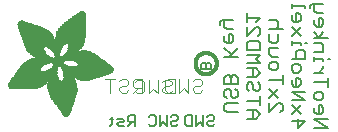
<source format=gbr>
G04 EAGLE Gerber RS-274X export*
G75*
%MOMM*%
%FSLAX34Y34*%
%LPD*%
%INSilkscreen Bottom*%
%IPPOS*%
%AMOC8*
5,1,8,0,0,1.08239X$1,22.5*%
G01*
%ADD10C,0.127000*%
%ADD11C,0.152400*%
%ADD12C,0.101600*%
%ADD13C,0.304800*%
%ADD14C,0.203200*%
%ADD15R,0.125700X0.014000*%
%ADD16R,0.209500X0.014000*%
%ADD17R,0.279400X0.013900*%
%ADD18R,0.335300X0.014000*%
%ADD19R,0.377200X0.014000*%
%ADD20R,0.419100X0.013900*%
%ADD21R,0.475000X0.014000*%
%ADD22R,0.502900X0.014000*%
%ADD23R,0.530900X0.013900*%
%ADD24R,0.558800X0.014000*%
%ADD25R,0.586800X0.014000*%
%ADD26R,0.628600X0.014000*%
%ADD27R,0.642600X0.013900*%
%ADD28R,0.670500X0.014000*%
%ADD29R,0.698500X0.014000*%
%ADD30R,0.712500X0.013900*%
%ADD31R,0.740400X0.014000*%
%ADD32R,0.768400X0.014000*%
%ADD33R,0.782300X0.013900*%
%ADD34R,0.810300X0.014000*%
%ADD35R,0.824200X0.014000*%
%ADD36R,0.852200X0.014000*%
%ADD37R,0.880200X0.013900*%
%ADD38R,0.894100X0.014000*%
%ADD39R,0.908100X0.014000*%
%ADD40R,0.936000X0.013900*%
%ADD41R,0.950000X0.014000*%
%ADD42R,0.964000X0.014000*%
%ADD43R,0.991900X0.013900*%
%ADD44R,1.005900X0.014000*%
%ADD45R,1.033800X0.014000*%
%ADD46R,1.047800X0.014000*%
%ADD47R,1.061800X0.013900*%
%ADD48R,1.089700X0.014000*%
%ADD49R,1.103700X0.014000*%
%ADD50R,1.117600X0.013900*%
%ADD51R,1.145600X0.014000*%
%ADD52R,1.159600X0.014000*%
%ADD53R,1.173500X0.013900*%
%ADD54R,1.201500X0.014000*%
%ADD55R,1.215400X0.014000*%
%ADD56R,1.243400X0.014000*%
%ADD57R,1.257300X0.013900*%
%ADD58R,1.271300X0.014000*%
%ADD59R,1.299300X0.014000*%
%ADD60R,1.313200X0.013900*%
%ADD61R,1.327200X0.014000*%
%ADD62R,1.355100X0.014000*%
%ADD63R,1.369100X0.013900*%
%ADD64R,1.383100X0.014000*%
%ADD65R,1.411000X0.014000*%
%ADD66R,1.425000X0.014000*%
%ADD67R,1.452900X0.013900*%
%ADD68R,1.466900X0.014000*%
%ADD69R,1.480900X0.014000*%
%ADD70R,1.508800X0.013900*%
%ADD71R,1.522800X0.014000*%
%ADD72R,1.536700X0.014000*%
%ADD73R,0.167700X0.013900*%
%ADD74R,1.564700X0.013900*%
%ADD75R,0.265500X0.014000*%
%ADD76R,1.578700X0.014000*%
%ADD77R,0.349200X0.014000*%
%ADD78R,1.606600X0.014000*%
%ADD79R,0.405100X0.014000*%
%ADD80R,1.620600X0.014000*%
%ADD81R,0.475000X0.013900*%
%ADD82R,1.634500X0.013900*%
%ADD83R,0.530900X0.014000*%
%ADD84R,1.662500X0.014000*%
%ADD85R,1.676400X0.014000*%
%ADD86R,1.690400X0.013900*%
%ADD87R,1.718400X0.014000*%
%ADD88R,0.754400X0.014000*%
%ADD89R,1.732300X0.014000*%
%ADD90R,0.796300X0.013900*%
%ADD91R,1.746300X0.013900*%
%ADD92R,0.852100X0.014000*%
%ADD93R,1.774200X0.014000*%
%ADD94R,0.908000X0.014000*%
%ADD95R,1.788200X0.014000*%
%ADD96R,0.949900X0.014000*%
%ADD97R,1.816100X0.014000*%
%ADD98R,1.005900X0.013900*%
%ADD99R,1.830100X0.013900*%
%ADD100R,1.844100X0.014000*%
%ADD101R,1.872000X0.014000*%
%ADD102R,1.131600X0.013900*%
%ADD103R,1.886000X0.013900*%
%ADD104R,1.187500X0.014000*%
%ADD105R,1.900000X0.014000*%
%ADD106R,1.229400X0.014000*%
%ADD107R,1.927900X0.014000*%
%ADD108R,1.271300X0.013900*%
%ADD109R,1.941900X0.013900*%
%ADD110R,1.313200X0.014000*%
%ADD111R,1.955800X0.014000*%
%ADD112R,1.969800X0.014000*%
%ADD113R,1.397000X0.014000*%
%ADD114R,1.997800X0.014000*%
%ADD115R,1.439000X0.013900*%
%ADD116R,2.011700X0.013900*%
%ADD117R,2.025700X0.014000*%
%ADD118R,2.039700X0.014000*%
%ADD119R,1.550700X0.013900*%
%ADD120R,2.053600X0.013900*%
%ADD121R,1.592600X0.014000*%
%ADD122R,2.067600X0.014000*%
%ADD123R,1.634500X0.014000*%
%ADD124R,2.081600X0.014000*%
%ADD125R,2.095500X0.013900*%
%ADD126R,2.109500X0.014000*%
%ADD127R,1.760200X0.014000*%
%ADD128R,2.123500X0.014000*%
%ADD129R,1.802100X0.014000*%
%ADD130R,2.137500X0.014000*%
%ADD131R,1.844000X0.013900*%
%ADD132R,2.151400X0.013900*%
%ADD133R,1.871900X0.014000*%
%ADD134R,2.165400X0.014000*%
%ADD135R,1.913800X0.014000*%
%ADD136R,2.179400X0.014000*%
%ADD137R,1.955800X0.013900*%
%ADD138R,2.193300X0.013900*%
%ADD139R,1.983800X0.014000*%
%ADD140R,2.207300X0.014000*%
%ADD141R,2.221300X0.014000*%
%ADD142R,2.221300X0.013900*%
%ADD143R,2.095500X0.014000*%
%ADD144R,2.235200X0.014000*%
%ADD145R,2.249200X0.014000*%
%ADD146R,2.137400X0.014000*%
%ADD147R,2.263200X0.014000*%
%ADD148R,2.179300X0.013900*%
%ADD149R,2.277200X0.013900*%
%ADD150R,2.193300X0.014000*%
%ADD151R,2.277200X0.014000*%
%ADD152R,2.221200X0.014000*%
%ADD153R,2.291100X0.014000*%
%ADD154R,2.249100X0.013900*%
%ADD155R,2.305100X0.013900*%
%ADD156R,2.319100X0.014000*%
%ADD157R,2.277100X0.014000*%
%ADD158R,2.333000X0.013900*%
%ADD159R,2.319000X0.014000*%
%ADD160R,2.347000X0.014000*%
%ADD161R,2.333000X0.014000*%
%ADD162R,2.361000X0.014000*%
%ADD163R,2.360900X0.014000*%
%ADD164R,2.374900X0.013900*%
%ADD165R,2.388800X0.014000*%
%ADD166R,2.388900X0.014000*%
%ADD167R,2.416800X0.014000*%
%ADD168R,2.416900X0.013900*%
%ADD169R,2.402900X0.013900*%
%ADD170R,2.430800X0.014000*%
%ADD171R,2.402900X0.014000*%
%ADD172R,2.458800X0.014000*%
%ADD173R,2.416900X0.014000*%
%ADD174R,2.458700X0.013900*%
%ADD175R,2.430800X0.013900*%
%ADD176R,2.472700X0.014000*%
%ADD177R,2.500600X0.014000*%
%ADD178R,2.444800X0.014000*%
%ADD179R,2.514600X0.013900*%
%ADD180R,2.458800X0.013900*%
%ADD181R,2.528600X0.014000*%
%ADD182R,2.528500X0.014000*%
%ADD183R,2.542500X0.013900*%
%ADD184R,2.472700X0.013900*%
%ADD185R,2.556500X0.014000*%
%ADD186R,2.486700X0.014000*%
%ADD187R,2.570500X0.013900*%
%ADD188R,2.486700X0.013900*%
%ADD189R,2.584500X0.014000*%
%ADD190R,2.500700X0.014000*%
%ADD191R,2.584400X0.014000*%
%ADD192R,2.598400X0.014000*%
%ADD193R,2.514600X0.014000*%
%ADD194R,2.612400X0.013900*%
%ADD195R,2.612400X0.014000*%
%ADD196R,2.626300X0.014000*%
%ADD197R,2.640300X0.013900*%
%ADD198R,2.528600X0.013900*%
%ADD199R,2.640400X0.014000*%
%ADD200R,2.542600X0.014000*%
%ADD201R,2.654300X0.014000*%
%ADD202R,2.654300X0.013900*%
%ADD203R,2.542600X0.013900*%
%ADD204R,2.668300X0.014000*%
%ADD205R,2.556600X0.014000*%
%ADD206R,2.682200X0.014000*%
%ADD207R,2.668200X0.013900*%
%ADD208R,2.556600X0.013900*%
%ADD209R,2.570500X0.014000*%
%ADD210R,2.696200X0.014000*%
%ADD211R,2.682300X0.013900*%
%ADD212R,2.696300X0.014000*%
%ADD213R,2.696200X0.013900*%
%ADD214R,2.710200X0.014000*%
%ADD215R,2.710200X0.013900*%
%ADD216R,2.724100X0.014000*%
%ADD217R,2.710100X0.014000*%
%ADD218R,2.724100X0.013900*%
%ADD219R,2.584500X0.013900*%
%ADD220R,2.724200X0.014000*%
%ADD221R,2.724200X0.013900*%
%ADD222R,2.738100X0.013900*%
%ADD223R,2.738200X0.013900*%
%ADD224R,2.556500X0.013900*%
%ADD225R,5.238700X0.013900*%
%ADD226R,5.238700X0.014000*%
%ADD227R,5.224800X0.014000*%
%ADD228R,5.210800X0.013900*%
%ADD229R,5.210800X0.014000*%
%ADD230R,5.196800X0.014000*%
%ADD231R,5.182900X0.013900*%
%ADD232R,5.182900X0.014000*%
%ADD233R,5.168900X0.014000*%
%ADD234R,5.154900X0.014000*%
%ADD235R,5.154900X0.013900*%
%ADD236R,5.141000X0.014000*%
%ADD237R,5.127000X0.014000*%
%ADD238R,3.604200X0.013900*%
%ADD239R,1.411000X0.013900*%
%ADD240R,3.562300X0.014000*%
%ADD241R,1.383000X0.014000*%
%ADD242R,3.534400X0.014000*%
%ADD243R,1.369100X0.014000*%
%ADD244R,3.506500X0.013900*%
%ADD245R,1.341100X0.013900*%
%ADD246R,3.492500X0.014000*%
%ADD247R,1.341100X0.014000*%
%ADD248R,3.450600X0.014000*%
%ADD249R,1.313100X0.014000*%
%ADD250R,3.436600X0.014000*%
%ADD251R,3.422700X0.013900*%
%ADD252R,1.299200X0.013900*%
%ADD253R,3.394700X0.014000*%
%ADD254R,1.285300X0.014000*%
%ADD255R,3.380700X0.014000*%
%ADD256R,3.366700X0.013900*%
%ADD257R,3.338900X0.014000*%
%ADD258R,1.257300X0.014000*%
%ADD259R,3.324900X0.014000*%
%ADD260R,3.310900X0.013900*%
%ADD261R,1.243400X0.013900*%
%ADD262R,3.283000X0.014000*%
%ADD263R,3.255000X0.014000*%
%ADD264R,3.241000X0.013900*%
%ADD265R,1.215400X0.013900*%
%ADD266R,3.227100X0.014000*%
%ADD267R,3.213100X0.014000*%
%ADD268R,1.718300X0.013900*%
%ADD269R,1.187500X0.013900*%
%ADD270R,1.648500X0.014000*%
%ADD271R,1.187400X0.014000*%
%ADD272R,1.620500X0.014000*%
%ADD273R,1.592600X0.013900*%
%ADD274R,1.271200X0.013900*%
%ADD275R,1.173400X0.013900*%
%ADD276R,1.159500X0.014000*%
%ADD277R,1.564600X0.014000*%
%ADD278R,1.201400X0.014000*%
%ADD279R,1.145500X0.014000*%
%ADD280R,1.145500X0.013900*%
%ADD281R,1.550700X0.014000*%
%ADD282R,1.103600X0.014000*%
%ADD283R,1.131600X0.014000*%
%ADD284R,1.075700X0.014000*%
%ADD285R,1.117600X0.014000*%
%ADD286R,1.536700X0.013900*%
%ADD287R,1.047800X0.013900*%
%ADD288R,1.103600X0.013900*%
%ADD289R,1.522700X0.014000*%
%ADD290R,1.005800X0.014000*%
%ADD291R,0.991900X0.014000*%
%ADD292R,0.963900X0.013900*%
%ADD293R,1.075700X0.013900*%
%ADD294R,1.508800X0.014000*%
%ADD295R,1.075600X0.014000*%
%ADD296R,1.494800X0.014000*%
%ADD297R,1.061700X0.014000*%
%ADD298R,1.047700X0.014000*%
%ADD299R,1.494800X0.013900*%
%ADD300R,1.047700X0.013900*%
%ADD301R,1.480800X0.014000*%
%ADD302R,1.494700X0.014000*%
%ADD303R,0.838200X0.014000*%
%ADD304R,1.480800X0.013900*%
%ADD305R,0.810200X0.013900*%
%ADD306R,1.019800X0.013900*%
%ADD307R,1.466800X0.014000*%
%ADD308R,0.796300X0.014000*%
%ADD309R,0.768300X0.014000*%
%ADD310R,1.466800X0.013900*%
%ADD311R,0.754300X0.013900*%
%ADD312R,0.977900X0.013900*%
%ADD313R,0.139700X0.013900*%
%ADD314R,0.963900X0.014000*%
%ADD315R,0.712500X0.014000*%
%ADD316R,0.544800X0.014000*%
%ADD317R,0.670600X0.014000*%
%ADD318R,0.684600X0.013900*%
%ADD319R,0.922000X0.013900*%
%ADD320R,1.452900X0.014000*%
%ADD321R,0.656600X0.014000*%
%ADD322R,0.922100X0.014000*%
%ADD323R,0.866200X0.014000*%
%ADD324R,0.894000X0.013900*%
%ADD325R,1.033800X0.013900*%
%ADD326R,0.614600X0.014000*%
%ADD327R,0.866100X0.014000*%
%ADD328R,1.452800X0.014000*%
%ADD329R,0.600700X0.014000*%
%ADD330R,1.173500X0.014000*%
%ADD331R,1.438900X0.013900*%
%ADD332R,0.586700X0.013900*%
%ADD333R,0.838200X0.013900*%
%ADD334R,0.586700X0.014000*%
%ADD335R,2.151400X0.014000*%
%ADD336R,2.193200X0.014000*%
%ADD337R,1.438900X0.014000*%
%ADD338R,0.544900X0.014000*%
%ADD339R,0.544900X0.013900*%
%ADD340R,2.277100X0.013900*%
%ADD341R,0.516900X0.014000*%
%ADD342R,0.516900X0.013900*%
%ADD343R,0.489000X0.014000*%
%ADD344R,1.424900X0.014000*%
%ADD345R,2.444700X0.014000*%
%ADD346R,1.424900X0.013900*%
%ADD347R,0.461000X0.014000*%
%ADD348R,2.570400X0.014000*%
%ADD349R,1.425000X0.013900*%
%ADD350R,0.447000X0.013900*%
%ADD351R,1.410900X0.014000*%
%ADD352R,0.447000X0.014000*%
%ADD353R,0.433100X0.014000*%
%ADD354R,2.668200X0.014000*%
%ADD355R,0.433100X0.013900*%
%ADD356R,0.419100X0.014000*%
%ADD357R,2.738100X0.014000*%
%ADD358R,2.766100X0.014000*%
%ADD359R,1.397000X0.013900*%
%ADD360R,2.807900X0.013900*%
%ADD361R,2.835900X0.014000*%
%ADD362R,2.877900X0.014000*%
%ADD363R,0.433000X0.014000*%
%ADD364R,2.905700X0.014000*%
%ADD365R,1.369000X0.013900*%
%ADD366R,0.433000X0.013900*%
%ADD367R,2.947700X0.013900*%
%ADD368R,2.989500X0.014000*%
%ADD369R,3.031500X0.014000*%
%ADD370R,1.355100X0.013900*%
%ADD371R,0.488900X0.013900*%
%ADD372R,3.087300X0.013900*%
%ADD373R,1.341200X0.014000*%
%ADD374R,3.702000X0.014000*%
%ADD375R,3.716000X0.014000*%
%ADD376R,1.327100X0.013900*%
%ADD377R,3.757900X0.013900*%
%ADD378R,3.771900X0.014000*%
%ADD379R,1.299200X0.014000*%
%ADD380R,3.799900X0.014000*%
%ADD381R,3.841700X0.014000*%
%ADD382R,3.869700X0.013900*%
%ADD383R,3.925600X0.014000*%
%ADD384R,0.111800X0.014000*%
%ADD385R,5.266700X0.014000*%
%ADD386R,5.727700X0.013900*%
%ADD387R,5.825500X0.014000*%
%ADD388R,5.895400X0.014000*%
%ADD389R,5.965200X0.013900*%
%ADD390R,6.021100X0.014000*%
%ADD391R,6.076900X0.014000*%
%ADD392R,6.146800X0.014000*%
%ADD393R,6.188800X0.013900*%
%ADD394R,6.244600X0.014000*%
%ADD395R,6.286500X0.014000*%
%ADD396R,6.328400X0.013900*%
%ADD397R,6.384300X0.014000*%
%ADD398R,3.352800X0.014000*%
%ADD399R,2.821900X0.014000*%
%ADD400R,3.283000X0.013900*%
%ADD401R,3.241100X0.014000*%
%ADD402R,2.682300X0.014000*%
%ADD403R,3.241000X0.014000*%
%ADD404R,2.640300X0.014000*%
%ADD405R,3.227100X0.013900*%
%ADD406R,2.584400X0.013900*%
%ADD407R,3.227000X0.014000*%
%ADD408R,3.269000X0.013900*%
%ADD409R,3.282900X0.014000*%
%ADD410R,3.310900X0.014000*%
%ADD411R,3.338800X0.013900*%
%ADD412R,0.922000X0.014000*%
%ADD413R,2.123400X0.013900*%
%ADD414R,0.894100X0.013900*%
%ADD415R,2.081500X0.014000*%
%ADD416R,0.894000X0.014000*%
%ADD417R,0.908100X0.013900*%
%ADD418R,2.039600X0.014000*%
%ADD419R,2.011700X0.014000*%
%ADD420R,0.936000X0.014000*%
%ADD421R,1.969700X0.013900*%
%ADD422R,0.977900X0.014000*%
%ADD423R,1.941900X0.014000*%
%ADD424R,1.927800X0.013900*%
%ADD425R,1.913900X0.014000*%
%ADD426R,1.913800X0.013900*%
%ADD427R,2.794000X0.013900*%
%ADD428R,1.899900X0.014000*%
%ADD429R,1.229300X0.014000*%
%ADD430R,1.285200X0.014000*%
%ADD431R,2.919700X0.014000*%
%ADD432R,1.872000X0.013900*%
%ADD433R,2.961600X0.013900*%
%ADD434R,1.858000X0.014000*%
%ADD435R,3.031400X0.014000*%
%ADD436R,3.115300X0.014000*%
%ADD437R,1.858000X0.013900*%
%ADD438R,5.029200X0.013900*%
%ADD439R,4.428500X0.014000*%
%ADD440R,1.844000X0.014000*%
%ADD441R,4.414500X0.014000*%
%ADD442R,4.414500X0.013900*%
%ADD443R,1.830100X0.014000*%
%ADD444R,4.414600X0.014000*%
%ADD445R,1.830000X0.014000*%
%ADD446R,0.530800X0.014000*%
%ADD447R,4.400500X0.014000*%
%ADD448R,4.400500X0.013900*%
%ADD449R,4.400600X0.014000*%
%ADD450R,0.572800X0.013900*%
%ADD451R,4.386600X0.013900*%
%ADD452R,4.386500X0.014000*%
%ADD453R,0.614700X0.013900*%
%ADD454R,4.372600X0.013900*%
%ADD455R,0.642600X0.014000*%
%ADD456R,4.372600X0.014000*%
%ADD457R,0.698500X0.013900*%
%ADD458R,4.358600X0.013900*%
%ADD459R,0.712400X0.014000*%
%ADD460R,4.358600X0.014000*%
%ADD461R,4.344700X0.014000*%
%ADD462R,1.871900X0.013900*%
%ADD463R,0.768300X0.013900*%
%ADD464R,4.330700X0.013900*%
%ADD465R,1.885900X0.014000*%
%ADD466R,0.782300X0.014000*%
%ADD467R,4.330700X0.014000*%
%ADD468R,4.316700X0.014000*%
%ADD469R,1.899900X0.013900*%
%ADD470R,0.852200X0.013900*%
%ADD471R,4.316700X0.013900*%
%ADD472R,0.880100X0.014000*%
%ADD473R,4.302700X0.014000*%
%ADD474R,1.941800X0.014000*%
%ADD475R,4.288800X0.014000*%
%ADD476R,1.983700X0.013900*%
%ADD477R,4.274800X0.013900*%
%ADD478R,4.274800X0.014000*%
%ADD479R,4.260800X0.014000*%
%ADD480R,3.408700X0.013900*%
%ADD481R,4.260800X0.013900*%
%ADD482R,3.408700X0.014000*%
%ADD483R,4.232900X0.014000*%
%ADD484R,3.422700X0.014000*%
%ADD485R,4.219000X0.014000*%
%ADD486R,3.436600X0.013900*%
%ADD487R,4.219000X0.013900*%
%ADD488R,4.205000X0.014000*%
%ADD489R,4.177000X0.014000*%
%ADD490R,3.464600X0.014000*%
%ADD491R,4.163100X0.014000*%
%ADD492R,3.478600X0.013900*%
%ADD493R,4.135100X0.013900*%
%ADD494R,3.478600X0.014000*%
%ADD495R,4.121100X0.014000*%
%ADD496R,4.093200X0.014000*%
%ADD497R,4.051300X0.013900*%
%ADD498R,3.520500X0.014000*%
%ADD499R,4.009400X0.014000*%
%ADD500R,3.981400X0.014000*%
%ADD501R,3.548300X0.013900*%
%ADD502R,3.939500X0.013900*%
%ADD503R,3.897600X0.014000*%
%ADD504R,3.576300X0.014000*%
%ADD505R,3.799800X0.014000*%
%ADD506R,3.590200X0.013900*%
%ADD507R,3.744000X0.013900*%
%ADD508R,3.604200X0.014000*%
%ADD509R,3.702100X0.014000*%
%ADD510R,3.618200X0.014000*%
%ADD511R,3.660200X0.014000*%
%ADD512R,3.632200X0.013900*%
%ADD513R,3.618300X0.013900*%
%ADD514R,3.646200X0.014000*%
%ADD515R,3.576400X0.014000*%
%ADD516R,3.660100X0.014000*%
%ADD517R,3.660100X0.013900*%
%ADD518R,3.674100X0.014000*%
%ADD519R,3.436700X0.014000*%
%ADD520R,2.612300X0.014000*%
%ADD521R,0.782400X0.014000*%
%ADD522R,3.716000X0.013900*%
%ADD523R,2.500600X0.013900*%
%ADD524R,3.730000X0.014000*%
%ADD525R,3.758000X0.014000*%
%ADD526R,2.374900X0.014000*%
%ADD527R,3.771900X0.013900*%
%ADD528R,0.824300X0.013900*%
%ADD529R,2.305000X0.013900*%
%ADD530R,3.785900X0.014000*%
%ADD531R,3.813800X0.013900*%
%ADD532R,3.827800X0.014000*%
%ADD533R,3.855700X0.014000*%
%ADD534R,3.883700X0.014000*%
%ADD535R,1.802200X0.014000*%
%ADD536R,3.897700X0.014000*%
%ADD537R,1.746300X0.014000*%
%ADD538R,3.911600X0.013900*%
%ADD539R,0.949900X0.013900*%
%ADD540R,1.676400X0.013900*%
%ADD541R,3.939500X0.014000*%
%ADD542R,1.550600X0.014000*%
%ADD543R,3.967500X0.013900*%
%ADD544R,1.327100X0.014000*%
%ADD545R,1.019800X0.014000*%
%ADD546R,4.037300X0.013900*%
%ADD547R,3.213100X0.013900*%
%ADD548R,0.866200X0.013900*%
%ADD549R,1.061700X0.013900*%
%ADD550R,0.908000X0.013900*%
%ADD551R,1.089600X0.014000*%
%ADD552R,0.181700X0.014000*%
%ADD553R,2.346900X0.014000*%
%ADD554R,2.346900X0.013900*%
%ADD555R,3.227000X0.013900*%
%ADD556R,2.388900X0.013900*%
%ADD557R,2.416800X0.013900*%
%ADD558R,2.430700X0.014000*%
%ADD559R,3.199100X0.013900*%
%ADD560R,2.444700X0.013900*%
%ADD561R,3.199200X0.014000*%
%ADD562R,3.185200X0.014000*%
%ADD563R,2.458700X0.014000*%
%ADD564R,3.185100X0.013900*%
%ADD565R,3.171100X0.014000*%
%ADD566R,3.157200X0.014000*%
%ADD567R,3.143200X0.013900*%
%ADD568R,3.129300X0.014000*%
%ADD569R,3.101300X0.014000*%
%ADD570R,3.087400X0.013900*%
%ADD571R,3.087400X0.014000*%
%ADD572R,3.059400X0.014000*%
%ADD573R,3.031500X0.013900*%
%ADD574R,3.017500X0.014000*%
%ADD575R,2.989600X0.014000*%
%ADD576R,2.975600X0.014000*%
%ADD577R,2.891700X0.014000*%
%ADD578R,2.849900X0.013900*%
%ADD579R,2.822000X0.014000*%
%ADD580R,2.794000X0.014000*%
%ADD581R,2.752100X0.013900*%
%ADD582R,2.305000X0.014000*%
%ADD583R,2.109400X0.013900*%
%ADD584R,1.969700X0.014000*%
%ADD585R,2.486600X0.014000*%
%ADD586R,2.472600X0.014000*%
%ADD587R,2.472600X0.013900*%
%ADD588R,2.402800X0.013900*%
%ADD589R,2.402800X0.014000*%
%ADD590R,2.360900X0.013900*%
%ADD591R,2.319100X0.013900*%
%ADD592R,2.291100X0.013900*%
%ADD593R,2.263100X0.013900*%
%ADD594R,2.249100X0.014000*%
%ADD595R,2.179300X0.014000*%
%ADD596R,2.109400X0.014000*%
%ADD597R,2.067600X0.013900*%
%ADD598R,2.053600X0.014000*%
%ADD599R,2.025600X0.014000*%
%ADD600R,2.025600X0.013900*%
%ADD601R,1.983700X0.014000*%
%ADD602R,1.927900X0.013900*%
%ADD603R,1.886000X0.014000*%
%ADD604R,1.816100X0.013900*%
%ADD605R,1.760200X0.013900*%
%ADD606R,1.732300X0.013900*%
%ADD607R,1.718300X0.014000*%
%ADD608R,1.704300X0.014000*%
%ADD609R,1.690400X0.014000*%
%ADD610R,1.662400X0.013900*%
%ADD611R,1.662400X0.014000*%
%ADD612R,1.648400X0.014000*%
%ADD613R,1.620500X0.013900*%
%ADD614R,1.578600X0.013900*%
%ADD615R,1.522700X0.013900*%
%ADD616R,1.480900X0.013900*%
%ADD617R,1.383000X0.013900*%
%ADD618R,1.369000X0.014000*%
%ADD619R,1.341200X0.013900*%
%ADD620R,1.243300X0.013900*%
%ADD621R,1.215300X0.014000*%
%ADD622R,1.201400X0.013900*%
%ADD623R,1.159500X0.013900*%
%ADD624R,1.089600X0.013900*%
%ADD625R,0.880200X0.014000*%
%ADD626R,0.810200X0.014000*%
%ADD627R,0.726500X0.014000*%
%ADD628R,0.684500X0.014000*%
%ADD629R,0.600700X0.013900*%
%ADD630R,0.530800X0.013900*%
%ADD631R,0.503000X0.014000*%
%ADD632R,0.335200X0.013900*%
%ADD633R,0.279400X0.014000*%
%ADD634R,0.223600X0.014000*%
%ADD635R,0.111800X0.013900*%


D10*
X65179Y-52070D02*
X65179Y-43172D01*
X60730Y-43172D01*
X59247Y-44655D01*
X59247Y-47621D01*
X60730Y-49104D01*
X65179Y-49104D01*
X62213Y-49104D02*
X59247Y-52070D01*
X55823Y-52070D02*
X51375Y-52070D01*
X49892Y-50587D01*
X51375Y-49104D01*
X54341Y-49104D01*
X55823Y-47621D01*
X54341Y-46138D01*
X49892Y-46138D01*
X44985Y-44655D02*
X44985Y-50587D01*
X43502Y-52070D01*
X43502Y-46138D02*
X46468Y-46138D01*
X95096Y-44655D02*
X96579Y-43172D01*
X99545Y-43172D01*
X101028Y-44655D01*
X101028Y-46138D01*
X99545Y-47621D01*
X96579Y-47621D01*
X95096Y-49104D01*
X95096Y-50587D01*
X96579Y-52070D01*
X99545Y-52070D01*
X101028Y-50587D01*
X91673Y-52070D02*
X91673Y-43172D01*
X88707Y-49104D02*
X91673Y-52070D01*
X88707Y-49104D02*
X85741Y-52070D01*
X85741Y-43172D01*
X77869Y-43172D02*
X76386Y-44655D01*
X77869Y-43172D02*
X80835Y-43172D01*
X82317Y-44655D01*
X82317Y-50587D01*
X80835Y-52070D01*
X77869Y-52070D01*
X76386Y-50587D01*
X126211Y-44655D02*
X127694Y-43172D01*
X130660Y-43172D01*
X132143Y-44655D01*
X132143Y-46138D01*
X130660Y-47621D01*
X127694Y-47621D01*
X126211Y-49104D01*
X126211Y-50587D01*
X127694Y-52070D01*
X130660Y-52070D01*
X132143Y-50587D01*
X122788Y-52070D02*
X122788Y-43172D01*
X119822Y-49104D02*
X122788Y-52070D01*
X119822Y-49104D02*
X116856Y-52070D01*
X116856Y-43172D01*
X113432Y-43172D02*
X113432Y-52070D01*
X108984Y-52070D01*
X107501Y-50587D01*
X107501Y-44655D01*
X108984Y-43172D01*
X113432Y-43172D01*
D11*
X216662Y-53810D02*
X227848Y-53810D01*
X216662Y-46353D01*
X227848Y-46353D01*
X216662Y-40252D02*
X216662Y-36523D01*
X216662Y-40252D02*
X218526Y-42116D01*
X222255Y-42116D01*
X224119Y-40252D01*
X224119Y-36523D01*
X222255Y-34659D01*
X220391Y-34659D01*
X220391Y-42116D01*
X216662Y-28558D02*
X216662Y-24829D01*
X218526Y-22965D01*
X222255Y-22965D01*
X224119Y-24829D01*
X224119Y-28558D01*
X222255Y-30422D01*
X218526Y-30422D01*
X216662Y-28558D01*
X216662Y-15000D02*
X227848Y-15000D01*
X227848Y-18728D02*
X227848Y-11271D01*
X224119Y-7034D02*
X216662Y-7034D01*
X220391Y-7034D02*
X224119Y-3306D01*
X224119Y-1441D01*
X224119Y2711D02*
X224119Y4575D01*
X216662Y4575D01*
X216662Y2711D02*
X216662Y6439D01*
X227848Y4575D02*
X229712Y4575D01*
X224119Y10507D02*
X216662Y10507D01*
X224119Y10507D02*
X224119Y16100D01*
X222255Y17964D01*
X216662Y17964D01*
X216662Y22201D02*
X227848Y22201D01*
X220391Y22201D02*
X216662Y27794D01*
X220391Y22201D02*
X224119Y27794D01*
X216662Y33810D02*
X216662Y37539D01*
X216662Y33810D02*
X218526Y31946D01*
X222255Y31946D01*
X224119Y33810D01*
X224119Y37539D01*
X222255Y39403D01*
X220391Y39403D01*
X220391Y31946D01*
X218526Y43640D02*
X224119Y43640D01*
X218526Y43640D02*
X216662Y45504D01*
X216662Y51097D01*
X214798Y51097D02*
X224119Y51097D01*
X214798Y51097D02*
X212934Y49233D01*
X212934Y47368D01*
X208798Y-48217D02*
X197612Y-48217D01*
X203205Y-53810D02*
X208798Y-48217D01*
X203205Y-46353D02*
X203205Y-53810D01*
X205069Y-42116D02*
X197612Y-34659D01*
X197612Y-42116D02*
X205069Y-34659D01*
X208798Y-30422D02*
X197612Y-30422D01*
X197612Y-22965D02*
X208798Y-30422D01*
X208798Y-22965D02*
X197612Y-22965D01*
X197612Y-16864D02*
X197612Y-13135D01*
X197612Y-16864D02*
X199476Y-18728D01*
X203205Y-18728D01*
X205069Y-16864D01*
X205069Y-13135D01*
X203205Y-11271D01*
X201341Y-11271D01*
X201341Y-18728D01*
X197612Y-5170D02*
X197612Y-1441D01*
X199476Y423D01*
X203205Y423D01*
X205069Y-1441D01*
X205069Y-5170D01*
X203205Y-7034D01*
X199476Y-7034D01*
X197612Y-5170D01*
X197612Y4660D02*
X208798Y4660D01*
X208798Y10253D01*
X206933Y12117D01*
X203205Y12117D01*
X201341Y10253D01*
X201341Y4660D01*
X205069Y16354D02*
X205069Y18218D01*
X197612Y18218D01*
X197612Y16354D02*
X197612Y20082D01*
X208798Y18218D02*
X210662Y18218D01*
X205069Y24150D02*
X197612Y31607D01*
X197612Y24150D02*
X205069Y31607D01*
X197612Y37708D02*
X197612Y41437D01*
X197612Y37708D02*
X199476Y35844D01*
X203205Y35844D01*
X205069Y37708D01*
X205069Y41437D01*
X203205Y43301D01*
X201341Y43301D01*
X201341Y35844D01*
X208798Y47538D02*
X208798Y49402D01*
X197612Y49402D01*
X197612Y47538D02*
X197612Y51266D01*
X178562Y-32710D02*
X178562Y-40167D01*
X186019Y-32710D01*
X187883Y-32710D01*
X189748Y-34574D01*
X189748Y-38303D01*
X187883Y-40167D01*
X186019Y-28473D02*
X178562Y-21016D01*
X178562Y-28473D02*
X186019Y-21016D01*
X189748Y-13051D02*
X178562Y-13051D01*
X189748Y-16779D02*
X189748Y-9322D01*
X178562Y-3221D02*
X178562Y508D01*
X180426Y2372D01*
X184155Y2372D01*
X186019Y508D01*
X186019Y-3221D01*
X184155Y-5085D01*
X180426Y-5085D01*
X178562Y-3221D01*
X180426Y6609D02*
X186019Y6609D01*
X180426Y6609D02*
X178562Y8473D01*
X178562Y14066D01*
X186019Y14066D01*
X186019Y20167D02*
X186019Y25760D01*
X186019Y20167D02*
X184155Y18303D01*
X180426Y18303D01*
X178562Y20167D01*
X178562Y25760D01*
X178562Y29997D02*
X189748Y29997D01*
X186019Y31861D02*
X184155Y29997D01*
X186019Y31861D02*
X186019Y35590D01*
X184155Y37454D01*
X178562Y37454D01*
X166969Y-46014D02*
X159512Y-46014D01*
X166969Y-46014D02*
X170698Y-42285D01*
X166969Y-38557D01*
X159512Y-38557D01*
X165105Y-38557D02*
X165105Y-46014D01*
X159512Y-30592D02*
X170698Y-30592D01*
X170698Y-34320D02*
X170698Y-26863D01*
X170698Y-17033D02*
X168833Y-15169D01*
X170698Y-17033D02*
X170698Y-20762D01*
X168833Y-22626D01*
X166969Y-22626D01*
X165105Y-20762D01*
X165105Y-17033D01*
X163241Y-15169D01*
X161376Y-15169D01*
X159512Y-17033D01*
X159512Y-20762D01*
X161376Y-22626D01*
X159512Y-10932D02*
X166969Y-10932D01*
X170698Y-7204D01*
X166969Y-3475D01*
X159512Y-3475D01*
X165105Y-3475D02*
X165105Y-10932D01*
X159512Y762D02*
X170698Y762D01*
X166969Y4490D01*
X170698Y8219D01*
X159512Y8219D01*
X159512Y12456D02*
X170698Y12456D01*
X159512Y12456D02*
X159512Y18049D01*
X161376Y19913D01*
X168833Y19913D01*
X170698Y18049D01*
X170698Y12456D01*
X159512Y24150D02*
X159512Y31607D01*
X159512Y24150D02*
X166969Y31607D01*
X168833Y31607D01*
X170698Y29743D01*
X170698Y26014D01*
X168833Y24150D01*
X166969Y35844D02*
X170698Y39572D01*
X159512Y39572D01*
X159512Y35844D02*
X159512Y43301D01*
X151648Y-40167D02*
X142326Y-40167D01*
X140462Y-38303D01*
X140462Y-34574D01*
X142326Y-32710D01*
X151648Y-32710D01*
X151648Y-22880D02*
X149783Y-21016D01*
X151648Y-22880D02*
X151648Y-26609D01*
X149783Y-28473D01*
X147919Y-28473D01*
X146055Y-26609D01*
X146055Y-22880D01*
X144191Y-21016D01*
X142326Y-21016D01*
X140462Y-22880D01*
X140462Y-26609D01*
X142326Y-28473D01*
X140462Y-16779D02*
X151648Y-16779D01*
X151648Y-11186D01*
X149783Y-9322D01*
X147919Y-9322D01*
X146055Y-11186D01*
X144191Y-9322D01*
X142326Y-9322D01*
X140462Y-11186D01*
X140462Y-16779D01*
X146055Y-16779D02*
X146055Y-11186D01*
X151648Y6609D02*
X140462Y6609D01*
X144191Y6609D02*
X151648Y14066D01*
X146055Y8473D02*
X140462Y14066D01*
X140462Y20167D02*
X140462Y23896D01*
X140462Y20167D02*
X142326Y18303D01*
X146055Y18303D01*
X147919Y20167D01*
X147919Y23896D01*
X146055Y25760D01*
X144191Y25760D01*
X144191Y18303D01*
X142326Y29997D02*
X147919Y29997D01*
X142326Y29997D02*
X140462Y31861D01*
X140462Y37454D01*
X138598Y37454D02*
X147919Y37454D01*
X138598Y37454D02*
X136734Y35590D01*
X136734Y33725D01*
D12*
X90046Y-12817D02*
X88097Y-14766D01*
X90046Y-12817D02*
X93944Y-12817D01*
X95893Y-14766D01*
X95893Y-16715D01*
X93944Y-18664D01*
X90046Y-18664D01*
X88097Y-20613D01*
X88097Y-22562D01*
X90046Y-24511D01*
X93944Y-24511D01*
X95893Y-22562D01*
X84199Y-24511D02*
X84199Y-12817D01*
X80301Y-20613D02*
X84199Y-24511D01*
X80301Y-20613D02*
X76403Y-24511D01*
X76403Y-12817D01*
X66658Y-12817D02*
X64709Y-14766D01*
X66658Y-12817D02*
X70556Y-12817D01*
X72505Y-14766D01*
X72505Y-22562D01*
X70556Y-24511D01*
X66658Y-24511D01*
X64709Y-22562D01*
X113997Y-14268D02*
X115946Y-12319D01*
X119844Y-12319D01*
X121793Y-14268D01*
X121793Y-16217D01*
X119844Y-18166D01*
X115946Y-18166D01*
X113997Y-20115D01*
X113997Y-22064D01*
X115946Y-24013D01*
X119844Y-24013D01*
X121793Y-22064D01*
X110099Y-24013D02*
X110099Y-12319D01*
X106201Y-20115D02*
X110099Y-24013D01*
X106201Y-20115D02*
X102303Y-24013D01*
X102303Y-12319D01*
X98405Y-12319D02*
X98405Y-24013D01*
X92558Y-24013D01*
X90609Y-22064D01*
X90609Y-14268D01*
X92558Y-12319D01*
X98405Y-12319D01*
X70993Y-12319D02*
X70993Y-24013D01*
X70993Y-12319D02*
X65146Y-12319D01*
X63197Y-14268D01*
X63197Y-18166D01*
X65146Y-20115D01*
X70993Y-20115D01*
X67095Y-20115D02*
X63197Y-24013D01*
X51503Y-14268D02*
X53452Y-12319D01*
X57350Y-12319D01*
X59299Y-14268D01*
X59299Y-16217D01*
X57350Y-18166D01*
X53452Y-18166D01*
X51503Y-20115D01*
X51503Y-22064D01*
X53452Y-24013D01*
X57350Y-24013D01*
X59299Y-22064D01*
X43707Y-24013D02*
X43707Y-12319D01*
X47605Y-12319D02*
X39809Y-12319D01*
D13*
X116115Y635D02*
X116118Y855D01*
X116126Y1076D01*
X116139Y1296D01*
X116158Y1515D01*
X116183Y1734D01*
X116212Y1953D01*
X116247Y2170D01*
X116288Y2387D01*
X116333Y2603D01*
X116384Y2817D01*
X116440Y3030D01*
X116502Y3242D01*
X116568Y3452D01*
X116640Y3660D01*
X116717Y3867D01*
X116799Y4071D01*
X116885Y4274D01*
X116977Y4474D01*
X117074Y4673D01*
X117175Y4868D01*
X117282Y5061D01*
X117393Y5252D01*
X117508Y5439D01*
X117628Y5624D01*
X117753Y5806D01*
X117882Y5984D01*
X118016Y6160D01*
X118153Y6332D01*
X118295Y6500D01*
X118441Y6666D01*
X118591Y6827D01*
X118745Y6985D01*
X118903Y7139D01*
X119064Y7289D01*
X119230Y7435D01*
X119398Y7577D01*
X119570Y7714D01*
X119746Y7848D01*
X119924Y7977D01*
X120106Y8102D01*
X120291Y8222D01*
X120478Y8337D01*
X120669Y8448D01*
X120862Y8555D01*
X121057Y8656D01*
X121256Y8753D01*
X121456Y8845D01*
X121659Y8931D01*
X121863Y9013D01*
X122070Y9090D01*
X122278Y9162D01*
X122488Y9228D01*
X122700Y9290D01*
X122913Y9346D01*
X123127Y9397D01*
X123343Y9442D01*
X123560Y9483D01*
X123777Y9518D01*
X123996Y9547D01*
X124215Y9572D01*
X124434Y9591D01*
X124654Y9604D01*
X124875Y9612D01*
X125095Y9615D01*
X125315Y9612D01*
X125536Y9604D01*
X125756Y9591D01*
X125975Y9572D01*
X126194Y9547D01*
X126413Y9518D01*
X126630Y9483D01*
X126847Y9442D01*
X127063Y9397D01*
X127277Y9346D01*
X127490Y9290D01*
X127702Y9228D01*
X127912Y9162D01*
X128120Y9090D01*
X128327Y9013D01*
X128531Y8931D01*
X128734Y8845D01*
X128934Y8753D01*
X129133Y8656D01*
X129328Y8555D01*
X129521Y8448D01*
X129712Y8337D01*
X129899Y8222D01*
X130084Y8102D01*
X130266Y7977D01*
X130444Y7848D01*
X130620Y7714D01*
X130792Y7577D01*
X130960Y7435D01*
X131126Y7289D01*
X131287Y7139D01*
X131445Y6985D01*
X131599Y6827D01*
X131749Y6666D01*
X131895Y6500D01*
X132037Y6332D01*
X132174Y6160D01*
X132308Y5984D01*
X132437Y5806D01*
X132562Y5624D01*
X132682Y5439D01*
X132797Y5252D01*
X132908Y5061D01*
X133015Y4868D01*
X133116Y4673D01*
X133213Y4474D01*
X133305Y4274D01*
X133391Y4071D01*
X133473Y3867D01*
X133550Y3660D01*
X133622Y3452D01*
X133688Y3242D01*
X133750Y3030D01*
X133806Y2817D01*
X133857Y2603D01*
X133902Y2387D01*
X133943Y2170D01*
X133978Y1953D01*
X134007Y1734D01*
X134032Y1515D01*
X134051Y1296D01*
X134064Y1076D01*
X134072Y855D01*
X134075Y635D01*
X134072Y415D01*
X134064Y194D01*
X134051Y-26D01*
X134032Y-245D01*
X134007Y-464D01*
X133978Y-683D01*
X133943Y-900D01*
X133902Y-1117D01*
X133857Y-1333D01*
X133806Y-1547D01*
X133750Y-1760D01*
X133688Y-1972D01*
X133622Y-2182D01*
X133550Y-2390D01*
X133473Y-2597D01*
X133391Y-2801D01*
X133305Y-3004D01*
X133213Y-3204D01*
X133116Y-3403D01*
X133015Y-3598D01*
X132908Y-3791D01*
X132797Y-3982D01*
X132682Y-4169D01*
X132562Y-4354D01*
X132437Y-4536D01*
X132308Y-4714D01*
X132174Y-4890D01*
X132037Y-5062D01*
X131895Y-5230D01*
X131749Y-5396D01*
X131599Y-5557D01*
X131445Y-5715D01*
X131287Y-5869D01*
X131126Y-6019D01*
X130960Y-6165D01*
X130792Y-6307D01*
X130620Y-6444D01*
X130444Y-6578D01*
X130266Y-6707D01*
X130084Y-6832D01*
X129899Y-6952D01*
X129712Y-7067D01*
X129521Y-7178D01*
X129328Y-7285D01*
X129133Y-7386D01*
X128934Y-7483D01*
X128734Y-7575D01*
X128531Y-7661D01*
X128327Y-7743D01*
X128120Y-7820D01*
X127912Y-7892D01*
X127702Y-7958D01*
X127490Y-8020D01*
X127277Y-8076D01*
X127063Y-8127D01*
X126847Y-8172D01*
X126630Y-8213D01*
X126413Y-8248D01*
X126194Y-8277D01*
X125975Y-8302D01*
X125756Y-8321D01*
X125536Y-8334D01*
X125315Y-8342D01*
X125095Y-8345D01*
X124875Y-8342D01*
X124654Y-8334D01*
X124434Y-8321D01*
X124215Y-8302D01*
X123996Y-8277D01*
X123777Y-8248D01*
X123560Y-8213D01*
X123343Y-8172D01*
X123127Y-8127D01*
X122913Y-8076D01*
X122700Y-8020D01*
X122488Y-7958D01*
X122278Y-7892D01*
X122070Y-7820D01*
X121863Y-7743D01*
X121659Y-7661D01*
X121456Y-7575D01*
X121256Y-7483D01*
X121057Y-7386D01*
X120862Y-7285D01*
X120669Y-7178D01*
X120478Y-7067D01*
X120291Y-6952D01*
X120106Y-6832D01*
X119924Y-6707D01*
X119746Y-6578D01*
X119570Y-6444D01*
X119398Y-6307D01*
X119230Y-6165D01*
X119064Y-6019D01*
X118903Y-5869D01*
X118745Y-5715D01*
X118591Y-5557D01*
X118441Y-5396D01*
X118295Y-5230D01*
X118153Y-5062D01*
X118016Y-4890D01*
X117882Y-4714D01*
X117753Y-4536D01*
X117628Y-4354D01*
X117508Y-4169D01*
X117393Y-3982D01*
X117282Y-3791D01*
X117175Y-3598D01*
X117074Y-3403D01*
X116977Y-3204D01*
X116885Y-3004D01*
X116799Y-2801D01*
X116717Y-2597D01*
X116640Y-2390D01*
X116568Y-2182D01*
X116502Y-1972D01*
X116440Y-1760D01*
X116384Y-1547D01*
X116333Y-1333D01*
X116288Y-1117D01*
X116247Y-900D01*
X116212Y-683D01*
X116183Y-464D01*
X116158Y-245D01*
X116139Y-26D01*
X116126Y194D01*
X116118Y415D01*
X116115Y635D01*
D14*
X121031Y-4148D02*
X129166Y-4148D01*
X129166Y-81D01*
X127810Y1275D01*
X126454Y1275D01*
X125098Y-81D01*
X123743Y1275D01*
X122387Y1275D01*
X121031Y-81D01*
X121031Y-4148D01*
X125098Y-4148D02*
X125098Y-81D01*
D15*
X20041Y44450D03*
D16*
X20041Y44310D03*
D17*
X19971Y44171D03*
D18*
X19971Y44031D03*
D19*
X20041Y43891D03*
D20*
X19971Y43752D03*
D21*
X19971Y43612D03*
D22*
X19971Y43472D03*
D23*
X19971Y43333D03*
D24*
X19831Y43193D03*
D25*
X19831Y43053D03*
D26*
X19761Y42913D03*
D27*
X19691Y42774D03*
D28*
X19692Y42634D03*
D29*
X19552Y42494D03*
D30*
X19482Y42355D03*
D31*
X19482Y42215D03*
D32*
X19342Y42075D03*
D33*
X19273Y41936D03*
D34*
X19133Y41796D03*
D35*
X19063Y41656D03*
D36*
X19063Y41516D03*
D37*
X18923Y41377D03*
D38*
X18854Y41237D03*
D39*
X18784Y41097D03*
D40*
X18644Y40958D03*
D41*
X18574Y40818D03*
D42*
X18504Y40678D03*
D43*
X18365Y40539D03*
D44*
X18295Y40399D03*
D45*
X18155Y40259D03*
D46*
X18085Y40119D03*
D47*
X18015Y39980D03*
D48*
X17876Y39840D03*
D49*
X17806Y39700D03*
D50*
X17736Y39561D03*
D51*
X17596Y39421D03*
D52*
X17526Y39281D03*
D53*
X17457Y39142D03*
D54*
X17317Y39002D03*
D55*
X17247Y38862D03*
D56*
X17107Y38722D03*
D57*
X17038Y38583D03*
D58*
X16968Y38443D03*
D59*
X16828Y38303D03*
D60*
X16758Y38164D03*
D61*
X16688Y38024D03*
D62*
X16549Y37884D03*
D63*
X16479Y37745D03*
D64*
X16409Y37605D03*
D65*
X16269Y37465D03*
D66*
X16199Y37325D03*
D67*
X16060Y37186D03*
D68*
X15990Y37046D03*
D69*
X15920Y36906D03*
D70*
X15780Y36767D03*
D71*
X15710Y36627D03*
D72*
X15641Y36487D03*
D73*
X-31160Y36348D03*
D74*
X15501Y36348D03*
D75*
X-31090Y36208D03*
D76*
X15431Y36208D03*
D77*
X-30950Y36068D03*
D78*
X15291Y36068D03*
D79*
X-30811Y35928D03*
D80*
X15221Y35928D03*
D81*
X-30740Y35789D03*
D82*
X15152Y35789D03*
D83*
X-30601Y35649D03*
D84*
X15012Y35649D03*
D25*
X-30461Y35509D03*
D85*
X14942Y35509D03*
D27*
X-30321Y35370D03*
D86*
X14872Y35370D03*
D29*
X-30182Y35230D03*
D87*
X14732Y35230D03*
D88*
X-30042Y35090D03*
D89*
X14663Y35090D03*
D90*
X-29833Y34951D03*
D91*
X14593Y34951D03*
D92*
X-29693Y34811D03*
D93*
X14453Y34811D03*
D94*
X-29553Y34671D03*
D95*
X14383Y34671D03*
D96*
X-29344Y34531D03*
D97*
X14244Y34531D03*
D98*
X-29204Y34392D03*
D99*
X14174Y34392D03*
D46*
X-28994Y34252D03*
D100*
X14104Y34252D03*
D48*
X-28785Y34112D03*
D101*
X13964Y34112D03*
D102*
X-28575Y33973D03*
D103*
X13894Y33973D03*
D104*
X-28436Y33833D03*
D105*
X13824Y33833D03*
D106*
X-28226Y33693D03*
D107*
X13685Y33693D03*
D108*
X-28017Y33554D03*
D109*
X13615Y33554D03*
D110*
X-27807Y33414D03*
D111*
X13545Y33414D03*
D62*
X-27598Y33274D03*
D112*
X13475Y33274D03*
D113*
X-27388Y33134D03*
D114*
X13335Y33134D03*
D115*
X-27178Y32995D03*
D116*
X13266Y32995D03*
D69*
X-26969Y32855D03*
D117*
X13196Y32855D03*
D71*
X-26759Y32715D03*
D118*
X13126Y32715D03*
D119*
X-26480Y32576D03*
D120*
X13056Y32576D03*
D121*
X-26270Y32436D03*
D122*
X12986Y32436D03*
D123*
X-26061Y32296D03*
D124*
X12916Y32296D03*
D86*
X-25781Y32157D03*
D125*
X12847Y32157D03*
D89*
X-25572Y32017D03*
D126*
X12777Y32017D03*
D127*
X-25292Y31877D03*
D128*
X12707Y31877D03*
D129*
X-25083Y31737D03*
D130*
X12637Y31737D03*
D131*
X-24873Y31598D03*
D132*
X12567Y31598D03*
D133*
X-24594Y31458D03*
D134*
X12497Y31458D03*
D135*
X-24384Y31318D03*
D136*
X12427Y31318D03*
D137*
X-24174Y31179D03*
D138*
X12358Y31179D03*
D139*
X-23895Y31039D03*
D140*
X12288Y31039D03*
D117*
X-23686Y30899D03*
D141*
X12218Y30899D03*
D120*
X-23546Y30760D03*
D142*
X12218Y30760D03*
D143*
X-23337Y30620D03*
D144*
X12148Y30620D03*
D126*
X-23127Y30480D03*
D145*
X12078Y30480D03*
D146*
X-22987Y30340D03*
D147*
X12008Y30340D03*
D148*
X-22778Y30201D03*
D149*
X11938Y30201D03*
D150*
X-22568Y30061D03*
D151*
X11938Y30061D03*
D152*
X-22428Y29921D03*
D153*
X11869Y29921D03*
D154*
X-22289Y29782D03*
D155*
X11799Y29782D03*
D145*
X-22149Y29642D03*
D156*
X11729Y29642D03*
D157*
X-22010Y29502D03*
D156*
X11729Y29502D03*
D155*
X-21870Y29363D03*
D158*
X11659Y29363D03*
D159*
X-21660Y29223D03*
D160*
X11589Y29223D03*
D161*
X-21590Y29083D03*
D162*
X11519Y29083D03*
D163*
X-21451Y28943D03*
D162*
X11519Y28943D03*
D164*
X-21241Y28804D03*
X11450Y28804D03*
D165*
X-21171Y28664D03*
D166*
X11380Y28664D03*
D167*
X-21031Y28524D03*
D166*
X11380Y28524D03*
D168*
X-20892Y28385D03*
D169*
X11310Y28385D03*
D170*
X-20822Y28245D03*
D171*
X11310Y28245D03*
D172*
X-20682Y28105D03*
D173*
X11240Y28105D03*
D174*
X-20543Y27966D03*
D175*
X11170Y27966D03*
D176*
X-20473Y27826D03*
D170*
X11170Y27826D03*
D177*
X-20333Y27686D03*
D178*
X11100Y27686D03*
D177*
X-20193Y27546D03*
D178*
X11100Y27546D03*
D179*
X-20123Y27407D03*
D180*
X11030Y27407D03*
D181*
X-20053Y27267D03*
D172*
X11030Y27267D03*
D182*
X-19914Y27127D03*
D176*
X10961Y27127D03*
D183*
X-19844Y26988D03*
D184*
X10961Y26988D03*
D185*
X-19774Y26848D03*
D186*
X10891Y26848D03*
D185*
X-19635Y26708D03*
D186*
X10891Y26708D03*
D187*
X-19565Y26569D03*
D188*
X10891Y26569D03*
D189*
X-19495Y26429D03*
D190*
X10821Y26429D03*
D191*
X-19355Y26289D03*
D190*
X10821Y26289D03*
D192*
X-19285Y26149D03*
D193*
X10751Y26149D03*
D194*
X-19215Y26010D03*
D179*
X10751Y26010D03*
D195*
X-19075Y25870D03*
D193*
X10751Y25870D03*
D196*
X-19006Y25730D03*
D181*
X10681Y25730D03*
D197*
X-18936Y25591D03*
D198*
X10681Y25591D03*
D199*
X-18796Y25451D03*
D200*
X10611Y25451D03*
D201*
X-18727Y25311D03*
D200*
X10611Y25311D03*
D202*
X-18727Y25172D03*
D203*
X10611Y25172D03*
D201*
X-18587Y25032D03*
D200*
X10611Y25032D03*
D204*
X-18517Y24892D03*
D205*
X10541Y24892D03*
D206*
X-18447Y24752D03*
D205*
X10541Y24752D03*
D207*
X-18377Y24613D03*
D208*
X10541Y24613D03*
D206*
X-18307Y24473D03*
D209*
X10472Y24473D03*
D210*
X-18237Y24333D03*
D209*
X10472Y24333D03*
D211*
X-18168Y24194D03*
D187*
X10472Y24194D03*
D212*
X-18098Y24054D03*
D209*
X10472Y24054D03*
D212*
X-18098Y23914D03*
D189*
X10402Y23914D03*
D213*
X-17958Y23775D03*
D187*
X10332Y23775D03*
D214*
X-17888Y23635D03*
D209*
X10332Y23635D03*
D214*
X-17888Y23495D03*
D209*
X10332Y23495D03*
D214*
X-17748Y23355D03*
D209*
X10332Y23355D03*
D215*
X-17748Y23216D03*
D187*
X10332Y23216D03*
D216*
X-17679Y23076D03*
D189*
X10262Y23076D03*
D217*
X-17609Y22936D03*
D189*
X10262Y22936D03*
D218*
X-17539Y22797D03*
D219*
X10262Y22797D03*
D216*
X-17539Y22657D03*
D189*
X10262Y22657D03*
D220*
X-17399Y22517D03*
D189*
X10262Y22517D03*
D221*
X-17399Y22378D03*
D219*
X10262Y22378D03*
D220*
X-17399Y22238D03*
D189*
X10262Y22238D03*
D216*
X-17260Y22098D03*
D209*
X10192Y22098D03*
D216*
X-17260Y21958D03*
D209*
X10192Y21958D03*
D222*
X-17190Y21819D03*
D187*
X10192Y21819D03*
D216*
X-17120Y21679D03*
D209*
X10192Y21679D03*
D216*
X-17120Y21539D03*
D209*
X10192Y21539D03*
D222*
X-17050Y21400D03*
D187*
X10192Y21400D03*
D220*
X-16980Y21260D03*
D209*
X10192Y21260D03*
D220*
X-16980Y21120D03*
D185*
X10122Y21120D03*
D223*
X-16910Y20981D03*
D224*
X10122Y20981D03*
D220*
X-16840Y20841D03*
D185*
X10122Y20841D03*
D220*
X-16840Y20701D03*
D185*
X10122Y20701D03*
D220*
X-16840Y20561D03*
D185*
X10122Y20561D03*
D222*
X-16771Y20422D03*
D203*
X10052Y20422D03*
D216*
X-16701Y20282D03*
D200*
X10052Y20282D03*
D216*
X-16701Y20142D03*
D200*
X10052Y20142D03*
D222*
X-16631Y20003D03*
D203*
X10052Y20003D03*
D220*
X-16561Y19863D03*
D181*
X9982Y19863D03*
D220*
X-16561Y19723D03*
D181*
X9982Y19723D03*
D223*
X-16491Y19584D03*
D198*
X9982Y19584D03*
D220*
X-16421Y19444D03*
D181*
X9982Y19444D03*
D220*
X-16421Y19304D03*
D193*
X9912Y19304D03*
D220*
X-16421Y19164D03*
D193*
X9912Y19164D03*
D225*
X-3709Y19025D03*
D226*
X-3709Y18885D03*
D227*
X-3778Y18745D03*
D228*
X-3708Y18606D03*
D229*
X-3708Y18466D03*
D230*
X-3778Y18326D03*
D231*
X-3709Y18187D03*
D232*
X-3709Y18047D03*
D233*
X-3779Y17907D03*
D234*
X-3709Y17767D03*
D235*
X-3709Y17628D03*
D236*
X-3778Y17488D03*
D237*
X-3708Y17348D03*
D238*
X-11322Y17209D03*
D239*
X14732Y17209D03*
D240*
X-11532Y17069D03*
D241*
X14872Y17069D03*
D242*
X-11532Y16929D03*
D243*
X14942Y16929D03*
D244*
X-11672Y16790D03*
D245*
X14942Y16790D03*
D246*
X-11742Y16650D03*
D247*
X14942Y16650D03*
D248*
X-11811Y16510D03*
D249*
X14942Y16510D03*
D250*
X-11881Y16370D03*
D249*
X14942Y16370D03*
D251*
X-11951Y16231D03*
D252*
X14872Y16231D03*
D253*
X-11951Y16091D03*
D254*
X14942Y16091D03*
D255*
X-12021Y15951D03*
D58*
X14872Y15951D03*
D256*
X-12091Y15812D03*
D108*
X14872Y15812D03*
D257*
X-12091Y15672D03*
D258*
X14802Y15672D03*
D259*
X-12161Y15532D03*
D258*
X14802Y15532D03*
D260*
X-12231Y15393D03*
D261*
X14732Y15393D03*
D262*
X-12230Y15253D03*
D56*
X14732Y15253D03*
D262*
X-12230Y15113D03*
D106*
X14662Y15113D03*
D263*
X-12230Y14973D03*
D106*
X14662Y14973D03*
D264*
X-12300Y14834D03*
D265*
X14592Y14834D03*
D266*
X-12370Y14694D03*
D54*
X14523Y14694D03*
D267*
X-12300Y14554D03*
D54*
X14523Y14554D03*
D268*
X-19774Y14415D03*
D67*
X-3639Y14415D03*
D269*
X14453Y14415D03*
D270*
X-19984Y14275D03*
D62*
X-3290Y14275D03*
D271*
X14313Y14275D03*
D272*
X-20124Y14135D03*
D110*
X-3080Y14135D03*
D271*
X14313Y14135D03*
D273*
X-20123Y13996D03*
D274*
X-3010Y13996D03*
D275*
X14243Y13996D03*
D121*
X-20123Y13856D03*
D106*
X-2940Y13856D03*
D276*
X14174Y13856D03*
D277*
X-20123Y13716D03*
D278*
X-2800Y13716D03*
D279*
X14104Y13716D03*
D277*
X-20123Y13576D03*
D276*
X-2731Y13576D03*
D279*
X14104Y13576D03*
D119*
X-20054Y13437D03*
D102*
X-2591Y13437D03*
D280*
X13964Y13437D03*
D281*
X-20054Y13297D03*
D282*
X-2591Y13297D03*
D283*
X13894Y13297D03*
D72*
X-19984Y13157D03*
D284*
X-2452Y13157D03*
D285*
X13824Y13157D03*
D286*
X-19984Y13018D03*
D287*
X-2451Y13018D03*
D288*
X13754Y13018D03*
D289*
X-19914Y12878D03*
D290*
X-2381Y12878D03*
D49*
X13615Y12878D03*
D289*
X-19914Y12738D03*
D291*
X-2312Y12738D03*
D48*
X13545Y12738D03*
D70*
X-19844Y12599D03*
D292*
X-2312Y12599D03*
D293*
X13475Y12599D03*
D294*
X-19844Y12459D03*
D96*
X-2242Y12459D03*
D295*
X13335Y12459D03*
D296*
X-19774Y12319D03*
D39*
X-2172Y12319D03*
D297*
X13266Y12319D03*
D296*
X-19634Y12179D03*
D38*
X-2102Y12179D03*
D298*
X13196Y12179D03*
D299*
X-19634Y12040D03*
D37*
X-2032Y12040D03*
D300*
X13056Y12040D03*
D301*
X-19564Y11900D03*
D36*
X-2032Y11900D03*
D45*
X12986Y11900D03*
D302*
X-19495Y11760D03*
D303*
X-1962Y11760D03*
D45*
X12846Y11760D03*
D304*
X-19425Y11621D03*
D305*
X-1962Y11621D03*
D306*
X12776Y11621D03*
D307*
X-19355Y11481D03*
D308*
X-1893Y11481D03*
D291*
X12637Y11481D03*
D301*
X-19285Y11341D03*
D309*
X-1893Y11341D03*
D291*
X12497Y11341D03*
D310*
X-19215Y11202D03*
D311*
X-1823Y11202D03*
D312*
X12427Y11202D03*
D313*
X21508Y11202D03*
D68*
X-19076Y11062D03*
D31*
X-1753Y11062D03*
D314*
X12218Y11062D03*
D79*
X21578Y11062D03*
D68*
X-19076Y10922D03*
D315*
X-1753Y10922D03*
D96*
X12148Y10922D03*
D316*
X21577Y10922D03*
D68*
X-18936Y10782D03*
D29*
X-1683Y10782D03*
D41*
X12008Y10782D03*
D317*
X21647Y10782D03*
D67*
X-18866Y10643D03*
D318*
X-1613Y10643D03*
D319*
X11868Y10643D03*
D33*
X21648Y10643D03*
D320*
X-18727Y10503D03*
D321*
X-1613Y10503D03*
D322*
X11729Y10503D03*
D323*
X21647Y10503D03*
D68*
X-18657Y10363D03*
D321*
X-1613Y10363D03*
D38*
X11589Y10363D03*
D41*
X21647Y10363D03*
D67*
X-18587Y10224D03*
D27*
X-1543Y10224D03*
D324*
X11449Y10224D03*
D325*
X21647Y10224D03*
D320*
X-18447Y10084D03*
D326*
X-1543Y10084D03*
D327*
X11310Y10084D03*
D282*
X21717Y10084D03*
D328*
X-18307Y9944D03*
D329*
X-1474Y9944D03*
D327*
X11170Y9944D03*
D330*
X21648Y9944D03*
D331*
X-18238Y9805D03*
D332*
X-1404Y9805D03*
D333*
X11030Y9805D03*
D57*
X21648Y9805D03*
D320*
X-18168Y9665D03*
D334*
X-1404Y9665D03*
D335*
X17456Y9665D03*
D320*
X-18028Y9525D03*
D24*
X-1403Y9525D03*
D336*
X17526Y9525D03*
D337*
X-17958Y9385D03*
D338*
X-1334Y9385D03*
D152*
X17666Y9385D03*
D331*
X-17819Y9246D03*
D339*
X-1334Y9246D03*
D340*
X17806Y9246D03*
D337*
X-17679Y9106D03*
D83*
X-1264Y9106D03*
D153*
X17876Y9106D03*
D337*
X-17539Y8966D03*
D341*
X-1194Y8966D03*
D161*
X17945Y8966D03*
D115*
X-17399Y8827D03*
D342*
X-1194Y8827D03*
D164*
X18015Y8827D03*
D66*
X-17329Y8687D03*
D343*
X-1194Y8687D03*
D171*
X18155Y8687D03*
D344*
X-17190Y8547D03*
D343*
X-1194Y8547D03*
D345*
X18225Y8547D03*
D346*
X-17050Y8408D03*
D81*
X-1124Y8408D03*
D184*
X18225Y8408D03*
D66*
X-16910Y8268D03*
D21*
X-1124Y8268D03*
D193*
X18294Y8268D03*
D344*
X-16771Y8128D03*
D347*
X-1054Y8128D03*
D200*
X18434Y8128D03*
D344*
X-16631Y7988D03*
D347*
X-1054Y7988D03*
D348*
X18434Y7988D03*
D349*
X-16491Y7849D03*
D350*
X-984Y7849D03*
D194*
X18504Y7849D03*
D351*
X-16282Y7709D03*
D352*
X-984Y7709D03*
D199*
X18504Y7709D03*
D65*
X-16142Y7569D03*
D353*
X-915Y7569D03*
D354*
X18504Y7569D03*
D239*
X-16002Y7430D03*
D355*
X-915Y7430D03*
D215*
X18574Y7430D03*
D65*
X-15862Y7290D03*
D356*
X-845Y7290D03*
D357*
X18574Y7290D03*
D113*
X-15653Y7150D03*
D353*
X-775Y7150D03*
D358*
X18574Y7150D03*
D359*
X-15513Y7011D03*
D355*
X-775Y7011D03*
D360*
X18644Y7011D03*
D113*
X-15234Y6871D03*
D353*
X-775Y6871D03*
D361*
X18644Y6871D03*
D113*
X-15094Y6731D03*
D356*
X-705Y6731D03*
D362*
X18714Y6731D03*
D64*
X-14885Y6591D03*
D363*
X-635Y6591D03*
D364*
X18714Y6591D03*
D365*
X-14675Y6452D03*
D366*
X-635Y6452D03*
D367*
X18644Y6452D03*
D243*
X-14396Y6312D03*
D352*
X-565Y6312D03*
D368*
X18714Y6312D03*
D243*
X-14256Y6172D03*
D347*
X-495Y6172D03*
D369*
X18644Y6172D03*
D370*
X-13907Y6033D03*
D371*
X-356Y6033D03*
D372*
X18644Y6033D03*
D373*
X-13697Y5893D03*
D374*
X15710Y5893D03*
D247*
X-13418Y5753D03*
D375*
X15780Y5753D03*
D376*
X-13069Y5614D03*
D377*
X15850Y5614D03*
D110*
X-12719Y5474D03*
D378*
X15920Y5474D03*
D379*
X-12370Y5334D03*
D380*
X15920Y5334D03*
D254*
X-12021Y5194D03*
D381*
X15990Y5194D03*
D108*
X-11532Y5055D03*
D382*
X15990Y5055D03*
D58*
X-11113Y4915D03*
D383*
X15989Y4915D03*
D384*
X-19285Y4775D03*
D385*
X9424Y4775D03*
D386*
X7259Y4636D03*
D387*
X7049Y4496D03*
D388*
X6839Y4356D03*
D389*
X6769Y4217D03*
D390*
X6630Y4077D03*
D391*
X6490Y3937D03*
D392*
X6420Y3797D03*
D393*
X6350Y3658D03*
D394*
X6350Y3518D03*
D395*
X6281Y3378D03*
D396*
X6210Y3239D03*
D397*
X6211Y3099D03*
D398*
X-9227Y2959D03*
D399*
X24162Y2959D03*
D400*
X-9855Y2820D03*
D218*
X24791Y2820D03*
D401*
X-10205Y2680D03*
D402*
X25280Y2680D03*
D403*
X-10484Y2540D03*
D404*
X25629Y2540D03*
D403*
X-10763Y2400D03*
D195*
X26048Y2400D03*
D405*
X-10973Y2261D03*
D406*
X26327Y2261D03*
D266*
X-11253Y2121D03*
D185*
X26607Y2121D03*
D407*
X-11392Y1981D03*
D185*
X26886Y1981D03*
D405*
X-11532Y1842D03*
D183*
X27096Y1842D03*
D263*
X-11671Y1702D03*
D181*
X27445Y1702D03*
D263*
X-11811Y1562D03*
D182*
X27585Y1562D03*
D408*
X-11881Y1423D03*
D179*
X27794Y1423D03*
D409*
X-11951Y1283D03*
D193*
X28073Y1283D03*
D410*
X-12091Y1143D03*
D193*
X28213Y1143D03*
D259*
X-12161Y1003D03*
D190*
X28423Y1003D03*
D411*
X-12230Y864D03*
D179*
X28632Y864D03*
D144*
X-17888Y724D03*
D314*
X-356Y724D03*
D193*
X28772Y724D03*
D134*
X-18377Y584D03*
D412*
X-6Y584D03*
D182*
X28982Y584D03*
D413*
X-18726Y445D03*
D414*
X134Y445D03*
D198*
X29121Y445D03*
D415*
X-19076Y305D03*
D416*
X273Y305D03*
D200*
X29191Y305D03*
D122*
X-19285Y165D03*
D38*
X413Y165D03*
D185*
X29401Y165D03*
D120*
X-19634Y26D03*
D417*
X483Y26D03*
D224*
X29541Y26D03*
D418*
X-19844Y-114D03*
D39*
X623Y-114D03*
D191*
X29680Y-114D03*
D419*
X-20124Y-254D03*
D412*
X692Y-254D03*
D192*
X29750Y-254D03*
D139*
X-20263Y-394D03*
D420*
X762Y-394D03*
D195*
X29820Y-394D03*
D421*
X-20473Y-534D03*
D292*
X902Y-534D03*
D197*
X29960Y-534D03*
D111*
X-20682Y-673D03*
D422*
X972Y-673D03*
D201*
X30030Y-673D03*
D423*
X-20892Y-813D03*
D290*
X1111Y-813D03*
D206*
X30169Y-813D03*
D424*
X-21101Y-953D03*
D325*
X1251Y-953D03*
D213*
X30239Y-953D03*
D107*
X-21241Y-1092D03*
D297*
X1391Y-1092D03*
D216*
X30239Y-1092D03*
D425*
X-21451Y-1232D03*
D49*
X1461Y-1232D03*
D358*
X30309Y-1232D03*
D426*
X-21590Y-1372D03*
D102*
X1600Y-1372D03*
D427*
X30309Y-1372D03*
D428*
X-21800Y-1511D03*
D271*
X1740Y-1511D03*
D399*
X30309Y-1511D03*
D428*
X-21940Y-1651D03*
D429*
X1950Y-1651D03*
D362*
X30309Y-1651D03*
D101*
X-22079Y-1791D03*
D430*
X2089Y-1791D03*
D431*
X30239Y-1791D03*
D432*
X-22219Y-1931D03*
D370*
X2299Y-1931D03*
D433*
X30169Y-1931D03*
D434*
X-22428Y-2070D03*
D66*
X2648Y-2070D03*
D435*
X30099Y-2070D03*
D434*
X-22568Y-2210D03*
D289*
X2998Y-2210D03*
D436*
X29820Y-2210D03*
D437*
X-22708Y-2350D03*
D438*
X20390Y-2350D03*
D100*
X-22778Y-2489D03*
D83*
X-2242Y-2489D03*
D439*
X23534Y-2489D03*
D440*
X-22917Y-2629D03*
D341*
X-2452Y-2629D03*
D441*
X23743Y-2629D03*
D131*
X-23057Y-2769D03*
D342*
X-2591Y-2769D03*
D442*
X23883Y-2769D03*
D443*
X-23127Y-2908D03*
D341*
X-2731Y-2908D03*
D444*
X24022Y-2908D03*
D443*
X-23267Y-3048D03*
D83*
X-2801Y-3048D03*
D441*
X24162Y-3048D03*
D445*
X-23406Y-3188D03*
D446*
X-2940Y-3188D03*
D447*
X24232Y-3188D03*
D99*
X-23546Y-3328D03*
D23*
X-3080Y-3328D03*
D448*
X24372Y-3328D03*
D97*
X-23616Y-3467D03*
D338*
X-3150Y-3467D03*
D449*
X24511Y-3467D03*
D97*
X-23756Y-3607D03*
D24*
X-3359Y-3607D03*
D449*
X24511Y-3607D03*
D99*
X-23826Y-3747D03*
D450*
X-3429Y-3747D03*
D451*
X24581Y-3747D03*
D445*
X-23965Y-3886D03*
D25*
X-3499Y-3886D03*
D452*
X24721Y-3886D03*
D97*
X-24035Y-4026D03*
D329*
X-3709Y-4026D03*
D452*
X24721Y-4026D03*
D99*
X-24105Y-4166D03*
D453*
X-3779Y-4166D03*
D454*
X24790Y-4166D03*
D443*
X-24245Y-4305D03*
D455*
X-3918Y-4305D03*
D456*
X24790Y-4305D03*
D440*
X-24314Y-4445D03*
D321*
X-3988Y-4445D03*
D456*
X24930Y-4445D03*
D445*
X-24384Y-4585D03*
D28*
X-4198Y-4585D03*
D456*
X24930Y-4585D03*
D131*
X-24454Y-4725D03*
D457*
X-4338Y-4725D03*
D458*
X25000Y-4725D03*
D434*
X-24524Y-4864D03*
D459*
X-4407Y-4864D03*
D460*
X25000Y-4864D03*
D434*
X-24524Y-5004D03*
D31*
X-4547Y-5004D03*
D461*
X25070Y-5004D03*
D462*
X-24594Y-5144D03*
D463*
X-4687Y-5144D03*
D464*
X25000Y-5144D03*
D465*
X-24664Y-5283D03*
D466*
X-4896Y-5283D03*
D467*
X25000Y-5283D03*
D428*
X-24734Y-5423D03*
D34*
X-5036Y-5423D03*
D468*
X25070Y-5423D03*
D469*
X-24734Y-5563D03*
D470*
X-5245Y-5563D03*
D471*
X25070Y-5563D03*
D107*
X-24734Y-5702D03*
D472*
X-5385Y-5702D03*
D473*
X25140Y-5702D03*
D474*
X-24803Y-5842D03*
D412*
X-5594Y-5842D03*
D473*
X25140Y-5842D03*
D112*
X-24803Y-5982D03*
D42*
X-5804Y-5982D03*
D475*
X25070Y-5982D03*
D476*
X-24734Y-6122D03*
D98*
X-6014Y-6122D03*
D477*
X25140Y-6122D03*
D117*
X-24664Y-6261D03*
D297*
X-6293Y-6261D03*
D478*
X25140Y-6261D03*
D143*
X-24454Y-6401D03*
D51*
X-6712Y-6401D03*
D479*
X25070Y-6401D03*
D480*
X-18028Y-6541D03*
D481*
X25070Y-6541D03*
D482*
X-18028Y-6680D03*
D483*
X25070Y-6680D03*
D484*
X-18098Y-6820D03*
D485*
X25000Y-6820D03*
D486*
X-18167Y-6960D03*
D487*
X25000Y-6960D03*
D250*
X-18167Y-7099D03*
D488*
X24930Y-7099D03*
D248*
X-18237Y-7239D03*
D489*
X24930Y-7239D03*
D490*
X-18307Y-7379D03*
D491*
X24861Y-7379D03*
D492*
X-18377Y-7519D03*
D493*
X24721Y-7519D03*
D494*
X-18377Y-7658D03*
D495*
X24651Y-7658D03*
D246*
X-18447Y-7798D03*
D496*
X24511Y-7798D03*
D244*
X-18517Y-7938D03*
D497*
X24442Y-7938D03*
D498*
X-18587Y-8077D03*
D499*
X24232Y-8077D03*
D498*
X-18587Y-8217D03*
D500*
X24092Y-8217D03*
D501*
X-18587Y-8357D03*
D502*
X23883Y-8357D03*
D240*
X-18657Y-8496D03*
D503*
X23673Y-8496D03*
D504*
X-18727Y-8636D03*
D381*
X23394Y-8636D03*
D504*
X-18727Y-8776D03*
D505*
X23184Y-8776D03*
D506*
X-18796Y-8916D03*
D507*
X23044Y-8916D03*
D508*
X-18866Y-9055D03*
D509*
X22835Y-9055D03*
D510*
X-18936Y-9195D03*
D511*
X22625Y-9195D03*
D512*
X-18866Y-9335D03*
D513*
X22416Y-9335D03*
D514*
X-18936Y-9474D03*
D515*
X22206Y-9474D03*
D516*
X-19006Y-9614D03*
D242*
X21996Y-9614D03*
D517*
X-19006Y-9754D03*
D492*
X21717Y-9754D03*
D518*
X-19076Y-9893D03*
D519*
X21508Y-9893D03*
D509*
X-19076Y-10033D03*
D32*
X8166Y-10033D03*
D520*
X25210Y-10033D03*
D375*
X-19145Y-10173D03*
D521*
X8236Y-10173D03*
D185*
X25070Y-10173D03*
D522*
X-19145Y-10313D03*
D90*
X8306Y-10313D03*
D523*
X24930Y-10313D03*
D524*
X-19215Y-10452D03*
D308*
X8306Y-10452D03*
D345*
X24791Y-10452D03*
D525*
X-19215Y-10592D03*
D34*
X8376Y-10592D03*
D526*
X24721Y-10592D03*
D527*
X-19285Y-10732D03*
D528*
X8446Y-10732D03*
D529*
X24511Y-10732D03*
D378*
X-19285Y-10871D03*
D303*
X8515Y-10871D03*
D145*
X24371Y-10871D03*
D530*
X-19355Y-11011D03*
D36*
X8585Y-11011D03*
D150*
X24232Y-11011D03*
D531*
X-19355Y-11151D03*
D470*
X8585Y-11151D03*
D413*
X24162Y-11151D03*
D532*
X-19425Y-11290D03*
D323*
X8655Y-11290D03*
D122*
X24022Y-11290D03*
D532*
X-19425Y-11430D03*
D472*
X8725Y-11430D03*
D419*
X23883Y-11430D03*
D533*
X-19425Y-11570D03*
D38*
X8795Y-11570D03*
D423*
X23813Y-11570D03*
D382*
X-19495Y-11710D03*
D414*
X8795Y-11710D03*
D432*
X23603Y-11710D03*
D534*
X-19425Y-11849D03*
D39*
X8865Y-11849D03*
D535*
X23533Y-11849D03*
D536*
X-19495Y-11989D03*
D420*
X8865Y-11989D03*
D537*
X23394Y-11989D03*
D538*
X-19564Y-12129D03*
D539*
X8935Y-12129D03*
D540*
X23324Y-12129D03*
D541*
X-19565Y-12268D03*
D96*
X8935Y-12268D03*
D272*
X23184Y-12268D03*
D541*
X-19565Y-12408D03*
D314*
X9005Y-12408D03*
D542*
X23114Y-12408D03*
D543*
X-19565Y-12548D03*
D312*
X9075Y-12548D03*
D304*
X23044Y-12548D03*
D500*
X-19634Y-12687D03*
D422*
X9075Y-12687D03*
D65*
X22974Y-12687D03*
D499*
X-19634Y-12827D03*
D290*
X9074Y-12827D03*
D544*
X22835Y-12827D03*
D499*
X-19634Y-12967D03*
D545*
X9144Y-12967D03*
D258*
X22765Y-12967D03*
D546*
X-19635Y-13107D03*
D306*
X9144Y-13107D03*
D53*
X22765Y-13107D03*
D267*
X-23896Y-13246D03*
D35*
X-3569Y-13246D03*
D46*
X9144Y-13246D03*
D282*
X22695Y-13246D03*
D267*
X-24035Y-13386D03*
D36*
X-3569Y-13386D03*
D46*
X9144Y-13386D03*
D545*
X22695Y-13386D03*
D547*
X-24035Y-13526D03*
D548*
X-3499Y-13526D03*
D549*
X9214Y-13526D03*
D550*
X22695Y-13526D03*
D267*
X-24175Y-13665D03*
D472*
X-3569Y-13665D03*
D295*
X9144Y-13665D03*
D308*
X22556Y-13665D03*
D267*
X-24315Y-13805D03*
D38*
X-3499Y-13805D03*
D551*
X9214Y-13805D03*
D321*
X22555Y-13805D03*
D547*
X-24315Y-13945D03*
D550*
X-3429Y-13945D03*
D288*
X9144Y-13945D03*
D81*
X22485Y-13945D03*
D267*
X-24454Y-14084D03*
D420*
X-3429Y-14084D03*
D285*
X9214Y-14084D03*
D552*
X22416Y-14084D03*
D267*
X-24594Y-14224D03*
D41*
X-3359Y-14224D03*
D283*
X9144Y-14224D03*
D266*
X-24664Y-14364D03*
D314*
X-3290Y-14364D03*
D52*
X9144Y-14364D03*
D547*
X-24734Y-14504D03*
D43*
X-3290Y-14504D03*
D53*
X9075Y-14504D03*
D267*
X-24873Y-14643D03*
D545*
X-3150Y-14643D03*
D278*
X9074Y-14643D03*
D266*
X-24943Y-14783D03*
D553*
X3347Y-14783D03*
D405*
X-25083Y-14923D03*
D554*
X3347Y-14923D03*
D267*
X-25153Y-15062D03*
D163*
X3417Y-15062D03*
D267*
X-25293Y-15202D03*
D526*
X3347Y-15202D03*
D555*
X-25362Y-15342D03*
D556*
X3417Y-15342D03*
D267*
X-25432Y-15481D03*
D166*
X3417Y-15481D03*
D267*
X-25572Y-15621D03*
D171*
X3347Y-15621D03*
D267*
X-25712Y-15761D03*
D167*
X3416Y-15761D03*
D547*
X-25712Y-15901D03*
D557*
X3416Y-15901D03*
D267*
X-25851Y-16040D03*
D167*
X3416Y-16040D03*
D267*
X-25991Y-16180D03*
D558*
X3347Y-16180D03*
D559*
X-26061Y-16320D03*
D560*
X3417Y-16320D03*
D561*
X-26200Y-16459D03*
D345*
X3417Y-16459D03*
D562*
X-26270Y-16599D03*
D563*
X3347Y-16599D03*
D564*
X-26410Y-16739D03*
D174*
X3347Y-16739D03*
D565*
X-26480Y-16878D03*
D176*
X3417Y-16878D03*
D566*
X-26549Y-17018D03*
D176*
X3417Y-17018D03*
D566*
X-26689Y-17158D03*
D176*
X3417Y-17158D03*
D567*
X-26759Y-17298D03*
D188*
X3347Y-17298D03*
D568*
X-26829Y-17437D03*
D186*
X3347Y-17437D03*
D569*
X-26969Y-17577D03*
D177*
X3416Y-17577D03*
D570*
X-27038Y-17717D03*
D523*
X3416Y-17717D03*
D571*
X-27178Y-17856D03*
D177*
X3416Y-17856D03*
D572*
X-27178Y-17996D03*
D177*
X3416Y-17996D03*
D573*
X-27318Y-18136D03*
D523*
X3416Y-18136D03*
D574*
X-27388Y-18275D03*
D193*
X3346Y-18275D03*
D575*
X-27527Y-18415D03*
D181*
X3416Y-18415D03*
D576*
X-27597Y-18555D03*
D181*
X3416Y-18555D03*
D367*
X-27737Y-18695D03*
D198*
X3416Y-18695D03*
D364*
X-27807Y-18834D03*
D181*
X3416Y-18834D03*
D577*
X-27877Y-18974D03*
D181*
X3416Y-18974D03*
D578*
X-27947Y-19114D03*
D198*
X3416Y-19114D03*
D579*
X-28086Y-19253D03*
D181*
X3416Y-19253D03*
D580*
X-28226Y-19393D03*
D181*
X3416Y-19393D03*
D581*
X-28296Y-19533D03*
D198*
X3416Y-19533D03*
D210*
X-28435Y-19672D03*
D181*
X3416Y-19672D03*
D354*
X-28575Y-19812D03*
D181*
X3416Y-19812D03*
D195*
X-28715Y-19952D03*
D181*
X3416Y-19952D03*
D224*
X-28855Y-20092D03*
D198*
X3416Y-20092D03*
D193*
X-29064Y-20231D03*
D181*
X3416Y-20231D03*
D563*
X-29204Y-20371D03*
D181*
X3416Y-20371D03*
D164*
X-29344Y-20511D03*
D198*
X3416Y-20511D03*
D582*
X-29553Y-20650D03*
D181*
X3416Y-20650D03*
D141*
X-29693Y-20790D03*
D181*
X3416Y-20790D03*
D583*
X-29972Y-20930D03*
D179*
X3486Y-20930D03*
D584*
X-30252Y-21069D03*
D193*
X3486Y-21069D03*
D49*
X-33465Y-21209D03*
D193*
X3486Y-21209D03*
X3486Y-21349D03*
D179*
X3486Y-21489D03*
D193*
X3486Y-21628D03*
X3486Y-21768D03*
D523*
X3556Y-21908D03*
D177*
X3556Y-22047D03*
X3556Y-22187D03*
D523*
X3556Y-22327D03*
D585*
X3486Y-22466D03*
D586*
X3556Y-22606D03*
X3556Y-22746D03*
D587*
X3556Y-22886D03*
D586*
X3556Y-23025D03*
D563*
X3626Y-23165D03*
D174*
X3626Y-23305D03*
D563*
X3626Y-23444D03*
D178*
X3556Y-23584D03*
D175*
X3626Y-23724D03*
D170*
X3626Y-23863D03*
X3626Y-24003D03*
D167*
X3696Y-24143D03*
D588*
X3626Y-24283D03*
D589*
X3626Y-24422D03*
D166*
X3696Y-24562D03*
D556*
X3696Y-24702D03*
D166*
X3696Y-24841D03*
D163*
X3696Y-24981D03*
D590*
X3696Y-25121D03*
D163*
X3696Y-25260D03*
D553*
X3766Y-25400D03*
D161*
X3696Y-25540D03*
D591*
X3766Y-25680D03*
D156*
X3766Y-25819D03*
X3766Y-25959D03*
D592*
X3766Y-26099D03*
D153*
X3766Y-26238D03*
D157*
X3836Y-26378D03*
D593*
X3766Y-26518D03*
D594*
X3836Y-26657D03*
X3836Y-26797D03*
D141*
X3836Y-26937D03*
D142*
X3836Y-27077D03*
D140*
X3906Y-27216D03*
D150*
X3836Y-27356D03*
D148*
X3906Y-27496D03*
D595*
X3906Y-27635D03*
D335*
X3905Y-27775D03*
D132*
X3905Y-27915D03*
D146*
X3975Y-28054D03*
X3975Y-28194D03*
D596*
X3975Y-28334D03*
D125*
X4045Y-28474D03*
D143*
X4045Y-28613D03*
D122*
X4045Y-28753D03*
D597*
X4045Y-28893D03*
D598*
X4115Y-29032D03*
D599*
X4115Y-29172D03*
D600*
X4115Y-29312D03*
D419*
X4185Y-29451D03*
D601*
X4185Y-29591D03*
X4185Y-29731D03*
D421*
X4255Y-29871D03*
D423*
X4255Y-30010D03*
D107*
X4325Y-30150D03*
D602*
X4325Y-30290D03*
D428*
X4325Y-30429D03*
D603*
X4394Y-30569D03*
D432*
X4464Y-30709D03*
D434*
X4394Y-30848D03*
D440*
X4464Y-30988D03*
D445*
X4534Y-31128D03*
D604*
X4465Y-31268D03*
D535*
X4534Y-31407D03*
D95*
X4604Y-31547D03*
D605*
X4604Y-31687D03*
D127*
X4604Y-31826D03*
D537*
X4674Y-31966D03*
D606*
X4744Y-32106D03*
D607*
X4674Y-32245D03*
D608*
X4744Y-32385D03*
D609*
X4813Y-32525D03*
D610*
X4813Y-32665D03*
D611*
X4813Y-32804D03*
D612*
X4883Y-32944D03*
D613*
X4884Y-33084D03*
D272*
X4884Y-33223D03*
D78*
X4953Y-33363D03*
D614*
X4953Y-33503D03*
D277*
X5023Y-33642D03*
X5023Y-33782D03*
D72*
X5023Y-33922D03*
D615*
X5093Y-34062D03*
D289*
X5093Y-34201D03*
D296*
X5093Y-34341D03*
D616*
X5163Y-34481D03*
D68*
X5233Y-34620D03*
D320*
X5163Y-34760D03*
D331*
X5233Y-34900D03*
D344*
X5303Y-35039D03*
D113*
X5302Y-35179D03*
X5302Y-35319D03*
D617*
X5372Y-35459D03*
D618*
X5442Y-35598D03*
D62*
X5373Y-35738D03*
D619*
X5442Y-35878D03*
D61*
X5512Y-36017D03*
D379*
X5512Y-36157D03*
D252*
X5512Y-36297D03*
D254*
X5582Y-36436D03*
D258*
X5582Y-36576D03*
X5582Y-36716D03*
D620*
X5652Y-36856D03*
D621*
X5652Y-36995D03*
D278*
X5721Y-37135D03*
D622*
X5721Y-37275D03*
D330*
X5722Y-37414D03*
D276*
X5792Y-37554D03*
D623*
X5792Y-37694D03*
D283*
X5791Y-37833D03*
D285*
X5861Y-37973D03*
D282*
X5931Y-38113D03*
D624*
X5861Y-38253D03*
D284*
X5931Y-38392D03*
D297*
X6001Y-38532D03*
D287*
X5931Y-38672D03*
D45*
X6001Y-38811D03*
D545*
X6071Y-38951D03*
D43*
X6071Y-39091D03*
D291*
X6071Y-39230D03*
D422*
X6141Y-39370D03*
D314*
X6211Y-39510D03*
D539*
X6141Y-39650D03*
D420*
X6210Y-39789D03*
D412*
X6280Y-39929D03*
D414*
X6281Y-40069D03*
D38*
X6281Y-40208D03*
D625*
X6350Y-40348D03*
D470*
X6350Y-40488D03*
D303*
X6420Y-40627D03*
X6420Y-40767D03*
D626*
X6420Y-40907D03*
D90*
X6490Y-41047D03*
D308*
X6490Y-41186D03*
D309*
X6490Y-41326D03*
D311*
X6560Y-41466D03*
D31*
X6629Y-41605D03*
D627*
X6560Y-41745D03*
D30*
X6630Y-41885D03*
D29*
X6700Y-42024D03*
D628*
X6630Y-42164D03*
D317*
X6699Y-42304D03*
D27*
X6699Y-42444D03*
D26*
X6769Y-42583D03*
X6769Y-42723D03*
D629*
X6770Y-42863D03*
D25*
X6839Y-43002D03*
D24*
X6839Y-43142D03*
D630*
X6839Y-43282D03*
D446*
X6839Y-43421D03*
D631*
X6839Y-43561D03*
D21*
X6839Y-43701D03*
D350*
X6839Y-43841D03*
D356*
X6839Y-43980D03*
D19*
X6909Y-44120D03*
D632*
X6839Y-44260D03*
D633*
X6839Y-44399D03*
D634*
X6839Y-44539D03*
D635*
X6699Y-44679D03*
M02*

</source>
